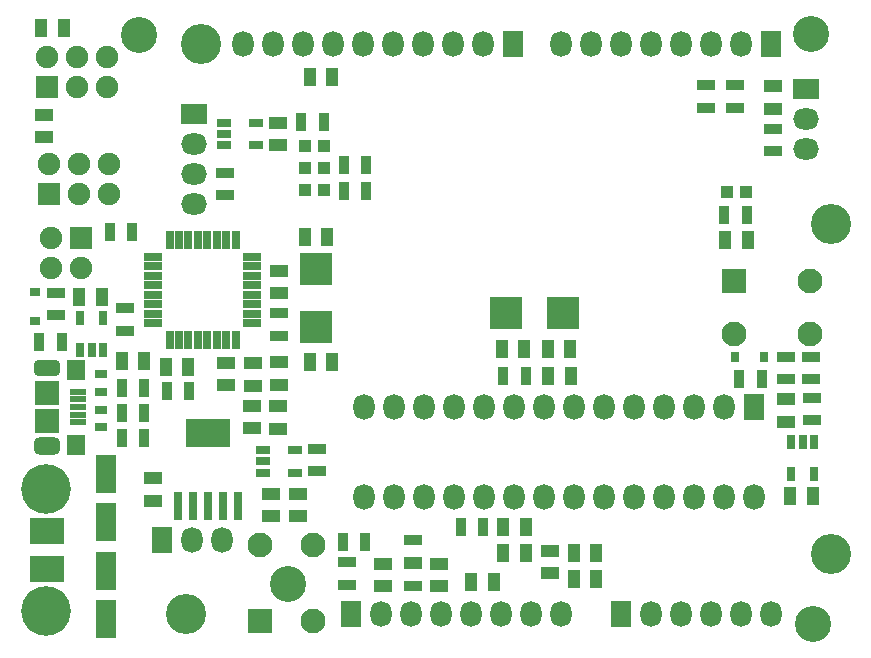
<source format=gts>
G04 Layer_Color=8388736*
%FSLAX44Y44*%
%MOMM*%
G71*
G01*
G75*
%ADD38C,1.9000*%
%ADD39R,1.9000X1.9000*%
%ADD54R,1.1000X0.8000*%
%ADD55R,2.8000X2.7000*%
%ADD56R,2.7000X2.8000*%
%ADD57R,1.2000X0.7500*%
%ADD58R,0.7500X1.2000*%
%ADD59R,3.7000X2.4000*%
%ADD60R,0.8000X2.4000*%
%ADD61R,0.6700X1.6200*%
%ADD62R,1.6200X0.6700*%
%ADD63R,0.9000X1.5000*%
%ADD64R,1.5000X0.9000*%
%ADD65R,2.9000X2.2000*%
%ADD66C,3.0480*%
%ADD67R,1.5000X1.1000*%
%ADD68R,1.1000X1.5000*%
%ADD69R,0.7588X0.8858*%
%ADD70R,0.8858X0.7588*%
%ADD71R,1.0000X1.0000*%
%ADD72R,1.8000X3.2000*%
%ADD73R,1.4500X0.5000*%
%ADD74R,1.6000X1.8000*%
%ADD75R,2.1000X2.1000*%
%ADD76O,1.8000X2.2000*%
%ADD77R,1.8000X2.2000*%
%ADD78C,2.1000*%
%ADD79R,2.1000X2.1000*%
%ADD80C,3.4000*%
%ADD81C,4.2000*%
%ADD82R,2.2000X1.8000*%
%ADD83O,2.2000X1.8000*%
G04:AMPARAMS|DCode=84|XSize=2.2mm|YSize=1.45mm|CornerRadius=0.4125mm|HoleSize=0mm|Usage=FLASHONLY|Rotation=0.000|XOffset=0mm|YOffset=0mm|HoleType=Round|Shape=RoundedRectangle|*
%AMROUNDEDRECTD84*
21,1,2.2000,0.6250,0,0,0.0*
21,1,1.3750,1.4500,0,0,0.0*
1,1,0.8250,0.6875,-0.3125*
1,1,0.8250,-0.6875,-0.3125*
1,1,0.8250,-0.6875,0.3125*
1,1,0.8250,0.6875,0.3125*
%
%ADD84ROUNDEDRECTD84*%
G04:AMPARAMS|DCode=85|XSize=2.2mm|YSize=1.4mm|CornerRadius=0.4mm|HoleSize=0mm|Usage=FLASHONLY|Rotation=0.000|XOffset=0mm|YOffset=0mm|HoleType=Round|Shape=RoundedRectangle|*
%AMROUNDEDRECTD85*
21,1,2.2000,0.6000,0,0,0.0*
21,1,1.4000,1.4000,0,0,0.0*
1,1,0.8000,0.7000,-0.3000*
1,1,0.8000,-0.7000,-0.3000*
1,1,0.8000,-0.7000,0.3000*
1,1,0.8000,0.7000,0.3000*
%
%ADD85ROUNDEDRECTD85*%
D38*
X73400Y497700D02*
D03*
X48000D02*
D03*
X22600D02*
D03*
X73400Y472300D02*
D03*
X48000D02*
D03*
X74400Y406700D02*
D03*
X49000D02*
D03*
X23600D02*
D03*
X74400Y381300D02*
D03*
X49000D02*
D03*
X25300Y343700D02*
D03*
X50700Y318300D02*
D03*
X25300D02*
D03*
D39*
X22600Y472300D02*
D03*
X23600Y381300D02*
D03*
X50700Y343700D02*
D03*
D54*
X68000Y229000D02*
D03*
Y214000D02*
D03*
Y183750D02*
D03*
Y198750D02*
D03*
D55*
X250000Y317500D02*
D03*
Y268500D02*
D03*
D56*
X459500Y281000D02*
D03*
X410500D02*
D03*
D57*
X205500Y164500D02*
D03*
Y155000D02*
D03*
Y145500D02*
D03*
X232500Y164500D02*
D03*
Y145500D02*
D03*
X172500Y441500D02*
D03*
Y432000D02*
D03*
Y422500D02*
D03*
X199500Y441500D02*
D03*
Y422500D02*
D03*
D58*
X671500Y171500D02*
D03*
X662000D02*
D03*
X652500D02*
D03*
X671500Y144500D02*
D03*
X652500D02*
D03*
X50500Y249500D02*
D03*
X60000D02*
D03*
X69500D02*
D03*
X50500Y276500D02*
D03*
X69500D02*
D03*
D59*
X158250Y179000D02*
D03*
D60*
X183650Y117000D02*
D03*
X170950D02*
D03*
X158250D02*
D03*
X145550D02*
D03*
X132850D02*
D03*
D61*
X182000Y258000D02*
D03*
X174000D02*
D03*
X166000D02*
D03*
X158000D02*
D03*
X150000D02*
D03*
X142000D02*
D03*
X134000D02*
D03*
X126000D02*
D03*
Y342000D02*
D03*
X134000D02*
D03*
X142000D02*
D03*
X150000D02*
D03*
X158000D02*
D03*
X166000D02*
D03*
X174000D02*
D03*
X182000D02*
D03*
D62*
X112000Y272000D02*
D03*
Y280000D02*
D03*
Y288000D02*
D03*
Y296000D02*
D03*
Y304000D02*
D03*
Y312000D02*
D03*
Y320000D02*
D03*
Y328000D02*
D03*
X196000D02*
D03*
Y320000D02*
D03*
Y312000D02*
D03*
Y304000D02*
D03*
Y296000D02*
D03*
Y288000D02*
D03*
Y280000D02*
D03*
Y272000D02*
D03*
D63*
X34500Y256000D02*
D03*
X15500D02*
D03*
X272500Y87000D02*
D03*
X291500D02*
D03*
X427500Y227000D02*
D03*
X408500D02*
D03*
X595500Y363500D02*
D03*
X614500D02*
D03*
X237500Y442000D02*
D03*
X256500D02*
D03*
X627500Y225000D02*
D03*
X608500D02*
D03*
X372500Y99000D02*
D03*
X391500D02*
D03*
X104500Y174750D02*
D03*
X85500D02*
D03*
X104500Y195750D02*
D03*
X85500D02*
D03*
X104500Y216750D02*
D03*
X85500D02*
D03*
X75500Y349000D02*
D03*
X94500D02*
D03*
X142500Y214500D02*
D03*
X123500D02*
D03*
X292500Y384000D02*
D03*
X273500D02*
D03*
X292500Y406000D02*
D03*
X273500D02*
D03*
D64*
X648000Y224500D02*
D03*
Y243500D02*
D03*
X251000Y146500D02*
D03*
Y165500D02*
D03*
X30000Y297500D02*
D03*
Y278500D02*
D03*
X276000Y50500D02*
D03*
Y69500D02*
D03*
X669000Y224500D02*
D03*
Y243500D02*
D03*
X669750Y208750D02*
D03*
Y189750D02*
D03*
X332000Y49500D02*
D03*
Y68500D02*
D03*
Y69500D02*
D03*
Y88500D02*
D03*
X637000Y436500D02*
D03*
Y417500D02*
D03*
X605000Y473500D02*
D03*
Y454500D02*
D03*
X580000Y473500D02*
D03*
Y454500D02*
D03*
X219000Y280500D02*
D03*
Y261500D02*
D03*
X88000Y265500D02*
D03*
Y284500D02*
D03*
X173000Y399500D02*
D03*
Y380500D02*
D03*
D65*
X22000Y64000D02*
D03*
Y96000D02*
D03*
D66*
X226000Y51000D02*
D03*
X671000Y17000D02*
D03*
X669000Y517000D02*
D03*
X100000Y516000D02*
D03*
D67*
X447750Y60500D02*
D03*
Y79500D02*
D03*
X196000Y183000D02*
D03*
Y202000D02*
D03*
X648000Y188500D02*
D03*
Y207500D02*
D03*
X235000Y127500D02*
D03*
Y108500D02*
D03*
X218000Y201750D02*
D03*
Y182750D02*
D03*
Y422500D02*
D03*
Y441500D02*
D03*
X212000Y127500D02*
D03*
Y108500D02*
D03*
X112000Y140500D02*
D03*
Y121500D02*
D03*
X354000Y68500D02*
D03*
Y49500D02*
D03*
X307000Y68500D02*
D03*
Y49500D02*
D03*
X637000Y472500D02*
D03*
Y453500D02*
D03*
X20000Y429500D02*
D03*
Y448500D02*
D03*
X173750Y219500D02*
D03*
Y238500D02*
D03*
X219000Y316500D02*
D03*
Y297500D02*
D03*
X218250Y238750D02*
D03*
Y219750D02*
D03*
X196250Y219000D02*
D03*
Y238000D02*
D03*
D68*
X468250Y55000D02*
D03*
X487250D02*
D03*
X104500Y240000D02*
D03*
X85500D02*
D03*
X68500Y294000D02*
D03*
X49500D02*
D03*
X670500Y126000D02*
D03*
X651500D02*
D03*
X407500Y249750D02*
D03*
X426500D02*
D03*
X465250Y250250D02*
D03*
X446250D02*
D03*
X408500Y99000D02*
D03*
X427500D02*
D03*
X408500Y77000D02*
D03*
X427500D02*
D03*
X263500Y480000D02*
D03*
X244500D02*
D03*
X446500Y227000D02*
D03*
X465500D02*
D03*
X468250Y77250D02*
D03*
X487250D02*
D03*
X36500Y522000D02*
D03*
X17500D02*
D03*
X615500Y342000D02*
D03*
X596500D02*
D03*
X381500Y53000D02*
D03*
X400500D02*
D03*
X263500Y239000D02*
D03*
X244500D02*
D03*
X259500Y345000D02*
D03*
X240500D02*
D03*
X141750Y235250D02*
D03*
X122750D02*
D03*
D69*
X629192Y243500D02*
D03*
X604808D02*
D03*
D70*
X12000Y273808D02*
D03*
Y298192D02*
D03*
D71*
X241000Y385000D02*
D03*
X257000D02*
D03*
X241000Y403000D02*
D03*
X257000D02*
D03*
X241000Y422000D02*
D03*
X257000D02*
D03*
X598000Y382750D02*
D03*
X614000D02*
D03*
D72*
X72000Y21500D02*
D03*
Y62500D02*
D03*
Y103500D02*
D03*
Y144500D02*
D03*
D73*
X48745Y188000D02*
D03*
Y194500D02*
D03*
Y201000D02*
D03*
Y207500D02*
D03*
Y214000D02*
D03*
D74*
X46495Y232750D02*
D03*
Y169000D02*
D03*
D75*
X21995Y213000D02*
D03*
Y189000D02*
D03*
X202500Y19500D02*
D03*
D76*
X290450Y124800D02*
D03*
X315850D02*
D03*
X341250D02*
D03*
X366650D02*
D03*
X392050D02*
D03*
X417450D02*
D03*
X442850D02*
D03*
X468250D02*
D03*
X493650D02*
D03*
X519050D02*
D03*
X544450D02*
D03*
X569850D02*
D03*
X595250D02*
D03*
X620650D02*
D03*
X290450Y201000D02*
D03*
X315850D02*
D03*
X341250D02*
D03*
X366650D02*
D03*
X392050D02*
D03*
X417450D02*
D03*
X442850D02*
D03*
X468250D02*
D03*
X493650D02*
D03*
X519050D02*
D03*
X544450D02*
D03*
X569850D02*
D03*
X595250D02*
D03*
X457200Y508000D02*
D03*
X482600D02*
D03*
X508000D02*
D03*
X533400D02*
D03*
X558800D02*
D03*
X584200D02*
D03*
X609600D02*
D03*
X391160D02*
D03*
X365760D02*
D03*
X340360D02*
D03*
X314960D02*
D03*
X289560D02*
D03*
X264160D02*
D03*
X238760D02*
D03*
X213360D02*
D03*
X187960D02*
D03*
X170800Y88000D02*
D03*
X145400D02*
D03*
X533400Y25400D02*
D03*
X558800D02*
D03*
X584200D02*
D03*
X609600D02*
D03*
X635000D02*
D03*
X457200D02*
D03*
X431800D02*
D03*
X406400D02*
D03*
X381000D02*
D03*
X355600D02*
D03*
X330200D02*
D03*
X304800D02*
D03*
D77*
X620650Y201000D02*
D03*
X635000Y508000D02*
D03*
X416560D02*
D03*
X120000Y88000D02*
D03*
X508000Y25400D02*
D03*
X279400D02*
D03*
D78*
X202500Y84500D02*
D03*
X247500D02*
D03*
Y19500D02*
D03*
X668500Y307500D02*
D03*
Y262500D02*
D03*
X603500D02*
D03*
D79*
Y307500D02*
D03*
D80*
X152400Y508000D02*
D03*
X685800Y355600D02*
D03*
Y76200D02*
D03*
X139700Y25400D02*
D03*
D81*
X21000Y132000D02*
D03*
Y28000D02*
D03*
D82*
X665000Y470000D02*
D03*
X147000Y449000D02*
D03*
D83*
X665000Y444600D02*
D03*
Y419200D02*
D03*
X147000Y423600D02*
D03*
Y398200D02*
D03*
Y372800D02*
D03*
D84*
X21995Y168000D02*
D03*
D85*
Y234000D02*
D03*
M02*

</source>
